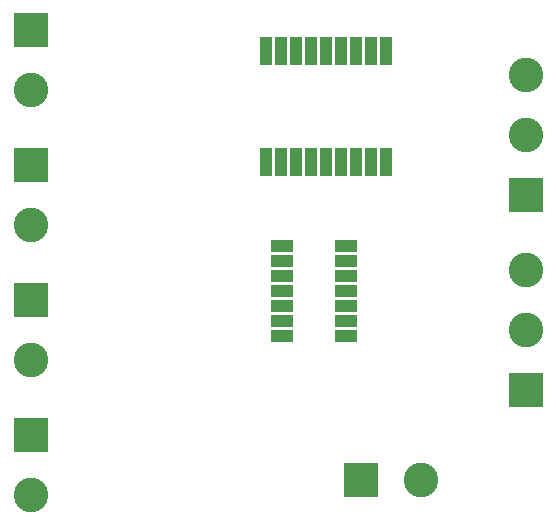
<source format=gbr>
G04 #@! TF.GenerationSoftware,KiCad,Pcbnew,5.0.0-fee4fd1~66~ubuntu16.04.1*
G04 #@! TF.CreationDate,2018-09-27T13:50:44+02:00*
G04 #@! TF.ProjectId,LedDimmer_ESP8266,4C656444696D6D65725F455350383236,rev?*
G04 #@! TF.SameCoordinates,Original*
G04 #@! TF.FileFunction,Soldermask,Bot*
G04 #@! TF.FilePolarity,Negative*
%FSLAX46Y46*%
G04 Gerber Fmt 4.6, Leading zero omitted, Abs format (unit mm)*
G04 Created by KiCad (PCBNEW 5.0.0-fee4fd1~66~ubuntu16.04.1) date Thu Sep 27 13:50:44 2018*
%MOMM*%
%LPD*%
G01*
G04 APERTURE LIST*
%ADD10R,2.940000X2.940000*%
%ADD11C,2.940000*%
%ADD12R,1.000000X2.400000*%
%ADD13R,1.900000X1.000000*%
G04 APERTURE END LIST*
D10*
G04 #@! TO.C,5VIN1*
X172720000Y-116840000D03*
D11*
X177800000Y-116840000D03*
G04 #@! TD*
D10*
G04 #@! TO.C,BT1*
X144780000Y-113030000D03*
D11*
X144780000Y-118110000D03*
G04 #@! TD*
D10*
G04 #@! TO.C,BT2*
X144780000Y-90170000D03*
D11*
X144780000Y-95250000D03*
G04 #@! TD*
D12*
G04 #@! TO.C,IC1*
X174879000Y-89917000D03*
X173609000Y-89917000D03*
X172339000Y-89917000D03*
X171069000Y-89917000D03*
X169799000Y-89917000D03*
X168529000Y-89917000D03*
X167259000Y-89917000D03*
X165989000Y-89917000D03*
X164719000Y-89917000D03*
X164719000Y-80517000D03*
X165989000Y-80517000D03*
X167259000Y-80517000D03*
X168529000Y-80517000D03*
X169799000Y-80517000D03*
X171069000Y-80517000D03*
X172339000Y-80517000D03*
X173609000Y-80517000D03*
X174879000Y-80517000D03*
G04 #@! TD*
D10*
G04 #@! TO.C,LED_BT1*
X144780000Y-101600000D03*
D11*
X144780000Y-106680000D03*
G04 #@! TD*
D10*
G04 #@! TO.C,LED_BT2*
X144780000Y-78740000D03*
D11*
X144780000Y-83820000D03*
G04 #@! TD*
D10*
G04 #@! TO.C,LED_STRIP_1*
X186690000Y-92710000D03*
D11*
X186690000Y-87630000D03*
X186690000Y-82550000D03*
G04 #@! TD*
D10*
G04 #@! TO.C,LED_STRIP_2*
X186690000Y-109220000D03*
D11*
X186690000Y-104140000D03*
X186690000Y-99060000D03*
G04 #@! TD*
D13*
G04 #@! TO.C,U3*
X171483000Y-97028000D03*
X171483000Y-98298000D03*
X171483000Y-99568000D03*
X171483000Y-100838000D03*
X171483000Y-102108000D03*
X171483000Y-103378000D03*
X171483000Y-104648000D03*
X166083000Y-104648000D03*
X166083000Y-103378000D03*
X166083000Y-102108000D03*
X166083000Y-100838000D03*
X166083000Y-99568000D03*
X166083000Y-98298000D03*
X166083000Y-97028000D03*
G04 #@! TD*
M02*

</source>
